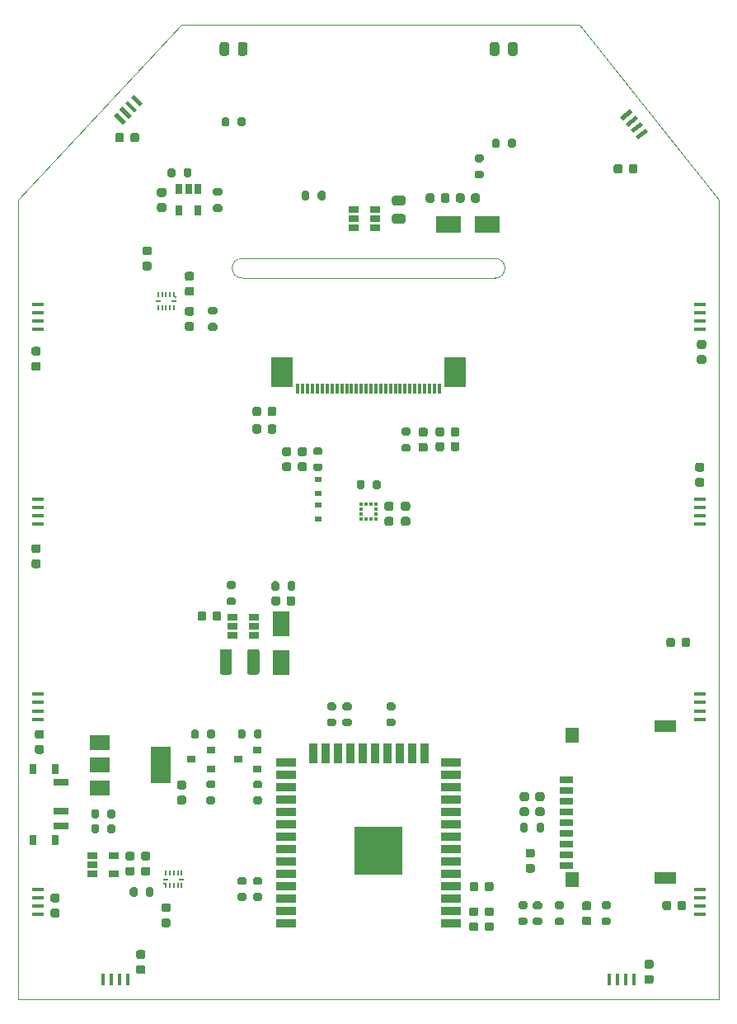
<source format=gbr>
%TF.GenerationSoftware,KiCad,Pcbnew,5.1.10*%
%TF.CreationDate,2021-11-18T10:41:04+01:00*%
%TF.ProjectId,Teebeutel,54656562-6575-4746-956c-2e6b69636164,rev?*%
%TF.SameCoordinates,Original*%
%TF.FileFunction,Paste,Top*%
%TF.FilePolarity,Positive*%
%FSLAX46Y46*%
G04 Gerber Fmt 4.6, Leading zero omitted, Abs format (unit mm)*
G04 Created by KiCad (PCBNEW 5.1.10) date 2021-11-18 10:41:04*
%MOMM*%
%LPD*%
G01*
G04 APERTURE LIST*
%TA.AperFunction,Profile*%
%ADD10C,0.100000*%
%TD*%
%ADD11R,1.060000X0.650000*%
%ADD12R,2.500000X1.800000*%
%ADD13R,1.400000X0.700000*%
%ADD14R,1.400000X1.600000*%
%ADD15R,2.200000X1.200000*%
%ADD16R,2.300000X3.100000*%
%ADD17R,0.300000X1.100000*%
%ADD18C,0.100000*%
%ADD19R,0.420000X1.300000*%
%ADD20R,1.300000X0.420000*%
%ADD21R,2.000000X1.500000*%
%ADD22R,2.000000X3.800000*%
%ADD23R,0.650000X1.060000*%
%ADD24R,0.250000X0.150000*%
%ADD25R,0.600000X0.200000*%
%ADD26R,0.200000X0.600000*%
%ADD27R,0.900000X0.800000*%
%ADD28R,1.800000X2.500000*%
%ADD29R,0.700000X0.600000*%
%ADD30R,2.000000X0.900000*%
%ADD31R,0.900000X2.000000*%
%ADD32R,5.000000X5.000000*%
%ADD33R,0.800000X1.000000*%
%ADD34R,1.500000X0.700000*%
%ADD35R,0.350000X0.375000*%
%ADD36R,0.375000X0.350000*%
G04 APERTURE END LIST*
D10*
X133000000Y-76000000D02*
G75*
G02*
X133000000Y-74000000I0J1000000D01*
G01*
X159000000Y-74000000D02*
G75*
G02*
X159000000Y-76000000I0J-1000000D01*
G01*
X133000000Y-74000000D02*
X159000000Y-74000000D01*
X159000000Y-76000000D02*
X133000000Y-76000000D01*
X126800000Y-50000000D02*
X110000000Y-68000000D01*
X167700000Y-50000000D02*
X182000000Y-68000000D01*
X110000000Y-150000000D02*
X182000000Y-150000000D01*
X126800000Y-50000000D02*
X167700000Y-50000000D01*
X110000000Y-150000000D02*
X110000000Y-68000000D01*
X182000000Y-68000000D02*
X182000000Y-150000000D01*
%TO.C,C21*%
G36*
G01*
X162250000Y-129675000D02*
X161750000Y-129675000D01*
G75*
G02*
X161525000Y-129450000I0J225000D01*
G01*
X161525000Y-129000000D01*
G75*
G02*
X161750000Y-128775000I225000J0D01*
G01*
X162250000Y-128775000D01*
G75*
G02*
X162475000Y-129000000I0J-225000D01*
G01*
X162475000Y-129450000D01*
G75*
G02*
X162250000Y-129675000I-225000J0D01*
G01*
G37*
G36*
G01*
X162250000Y-131225000D02*
X161750000Y-131225000D01*
G75*
G02*
X161525000Y-131000000I0J225000D01*
G01*
X161525000Y-130550000D01*
G75*
G02*
X161750000Y-130325000I225000J0D01*
G01*
X162250000Y-130325000D01*
G75*
G02*
X162475000Y-130550000I0J-225000D01*
G01*
X162475000Y-131000000D01*
G75*
G02*
X162250000Y-131225000I-225000J0D01*
G01*
G37*
%TD*%
%TO.C,C19*%
G36*
G01*
X163850000Y-129675000D02*
X163350000Y-129675000D01*
G75*
G02*
X163125000Y-129450000I0J225000D01*
G01*
X163125000Y-129000000D01*
G75*
G02*
X163350000Y-128775000I225000J0D01*
G01*
X163850000Y-128775000D01*
G75*
G02*
X164075000Y-129000000I0J-225000D01*
G01*
X164075000Y-129450000D01*
G75*
G02*
X163850000Y-129675000I-225000J0D01*
G01*
G37*
G36*
G01*
X163850000Y-131225000D02*
X163350000Y-131225000D01*
G75*
G02*
X163125000Y-131000000I0J225000D01*
G01*
X163125000Y-130550000D01*
G75*
G02*
X163350000Y-130325000I225000J0D01*
G01*
X163850000Y-130325000D01*
G75*
G02*
X164075000Y-130550000I0J-225000D01*
G01*
X164075000Y-131000000D01*
G75*
G02*
X163850000Y-131225000I-225000J0D01*
G01*
G37*
%TD*%
%TO.C,C4*%
G36*
G01*
X158650000Y-141475000D02*
X158150000Y-141475000D01*
G75*
G02*
X157925000Y-141250000I0J225000D01*
G01*
X157925000Y-140800000D01*
G75*
G02*
X158150000Y-140575000I225000J0D01*
G01*
X158650000Y-140575000D01*
G75*
G02*
X158875000Y-140800000I0J-225000D01*
G01*
X158875000Y-141250000D01*
G75*
G02*
X158650000Y-141475000I-225000J0D01*
G01*
G37*
G36*
G01*
X158650000Y-143025000D02*
X158150000Y-143025000D01*
G75*
G02*
X157925000Y-142800000I0J225000D01*
G01*
X157925000Y-142350000D01*
G75*
G02*
X158150000Y-142125000I225000J0D01*
G01*
X158650000Y-142125000D01*
G75*
G02*
X158875000Y-142350000I0J-225000D01*
G01*
X158875000Y-142800000D01*
G75*
G02*
X158650000Y-143025000I-225000J0D01*
G01*
G37*
%TD*%
%TO.C,C1*%
G36*
G01*
X157050000Y-141475000D02*
X156550000Y-141475000D01*
G75*
G02*
X156325000Y-141250000I0J225000D01*
G01*
X156325000Y-140800000D01*
G75*
G02*
X156550000Y-140575000I225000J0D01*
G01*
X157050000Y-140575000D01*
G75*
G02*
X157275000Y-140800000I0J-225000D01*
G01*
X157275000Y-141250000D01*
G75*
G02*
X157050000Y-141475000I-225000J0D01*
G01*
G37*
G36*
G01*
X157050000Y-143025000D02*
X156550000Y-143025000D01*
G75*
G02*
X156325000Y-142800000I0J225000D01*
G01*
X156325000Y-142350000D01*
G75*
G02*
X156550000Y-142125000I225000J0D01*
G01*
X157050000Y-142125000D01*
G75*
G02*
X157275000Y-142350000I0J-225000D01*
G01*
X157275000Y-142800000D01*
G75*
G02*
X157050000Y-143025000I-225000J0D01*
G01*
G37*
%TD*%
%TO.C,R8*%
G36*
G01*
X140775000Y-67825000D02*
X140775000Y-67275000D01*
G75*
G02*
X140975000Y-67075000I200000J0D01*
G01*
X141375000Y-67075000D01*
G75*
G02*
X141575000Y-67275000I0J-200000D01*
G01*
X141575000Y-67825000D01*
G75*
G02*
X141375000Y-68025000I-200000J0D01*
G01*
X140975000Y-68025000D01*
G75*
G02*
X140775000Y-67825000I0J200000D01*
G01*
G37*
G36*
G01*
X139125000Y-67825000D02*
X139125000Y-67275000D01*
G75*
G02*
X139325000Y-67075000I200000J0D01*
G01*
X139725000Y-67075000D01*
G75*
G02*
X139925000Y-67275000I0J-200000D01*
G01*
X139925000Y-67825000D01*
G75*
G02*
X139725000Y-68025000I-200000J0D01*
G01*
X139325000Y-68025000D01*
G75*
G02*
X139125000Y-67825000I0J200000D01*
G01*
G37*
%TD*%
%TO.C,R6*%
G36*
G01*
X157075000Y-64975000D02*
X157625000Y-64975000D01*
G75*
G02*
X157825000Y-65175000I0J-200000D01*
G01*
X157825000Y-65575000D01*
G75*
G02*
X157625000Y-65775000I-200000J0D01*
G01*
X157075000Y-65775000D01*
G75*
G02*
X156875000Y-65575000I0J200000D01*
G01*
X156875000Y-65175000D01*
G75*
G02*
X157075000Y-64975000I200000J0D01*
G01*
G37*
G36*
G01*
X157075000Y-63325000D02*
X157625000Y-63325000D01*
G75*
G02*
X157825000Y-63525000I0J-200000D01*
G01*
X157825000Y-63925000D01*
G75*
G02*
X157625000Y-64125000I-200000J0D01*
G01*
X157075000Y-64125000D01*
G75*
G02*
X156875000Y-63925000I0J200000D01*
G01*
X156875000Y-63525000D01*
G75*
G02*
X157075000Y-63325000I200000J0D01*
G01*
G37*
%TD*%
%TO.C,C24*%
G36*
G01*
X127850000Y-79875000D02*
X127350000Y-79875000D01*
G75*
G02*
X127125000Y-79650000I0J225000D01*
G01*
X127125000Y-79200000D01*
G75*
G02*
X127350000Y-78975000I225000J0D01*
G01*
X127850000Y-78975000D01*
G75*
G02*
X128075000Y-79200000I0J-225000D01*
G01*
X128075000Y-79650000D01*
G75*
G02*
X127850000Y-79875000I-225000J0D01*
G01*
G37*
G36*
G01*
X127850000Y-81425000D02*
X127350000Y-81425000D01*
G75*
G02*
X127125000Y-81200000I0J225000D01*
G01*
X127125000Y-80750000D01*
G75*
G02*
X127350000Y-80525000I225000J0D01*
G01*
X127850000Y-80525000D01*
G75*
G02*
X128075000Y-80750000I0J-225000D01*
G01*
X128075000Y-81200000D01*
G75*
G02*
X127850000Y-81425000I-225000J0D01*
G01*
G37*
%TD*%
%TO.C,C20*%
G36*
G01*
X127350000Y-76925000D02*
X127850000Y-76925000D01*
G75*
G02*
X128075000Y-77150000I0J-225000D01*
G01*
X128075000Y-77600000D01*
G75*
G02*
X127850000Y-77825000I-225000J0D01*
G01*
X127350000Y-77825000D01*
G75*
G02*
X127125000Y-77600000I0J225000D01*
G01*
X127125000Y-77150000D01*
G75*
G02*
X127350000Y-76925000I225000J0D01*
G01*
G37*
G36*
G01*
X127350000Y-75375000D02*
X127850000Y-75375000D01*
G75*
G02*
X128075000Y-75600000I0J-225000D01*
G01*
X128075000Y-76050000D01*
G75*
G02*
X127850000Y-76275000I-225000J0D01*
G01*
X127350000Y-76275000D01*
G75*
G02*
X127125000Y-76050000I0J225000D01*
G01*
X127125000Y-75600000D01*
G75*
G02*
X127350000Y-75375000I225000J0D01*
G01*
G37*
%TD*%
D11*
%TO.C,U3*%
X146700000Y-69900000D03*
X146700000Y-68950000D03*
X146700000Y-70850000D03*
X144500000Y-70850000D03*
X144500000Y-69900000D03*
X144500000Y-68950000D03*
%TD*%
%TO.C,F1*%
G36*
G01*
X148643750Y-69450000D02*
X149556250Y-69450000D01*
G75*
G02*
X149800000Y-69693750I0J-243750D01*
G01*
X149800000Y-70181250D01*
G75*
G02*
X149556250Y-70425000I-243750J0D01*
G01*
X148643750Y-70425000D01*
G75*
G02*
X148400000Y-70181250I0J243750D01*
G01*
X148400000Y-69693750D01*
G75*
G02*
X148643750Y-69450000I243750J0D01*
G01*
G37*
G36*
G01*
X148643750Y-67575000D02*
X149556250Y-67575000D01*
G75*
G02*
X149800000Y-67818750I0J-243750D01*
G01*
X149800000Y-68306250D01*
G75*
G02*
X149556250Y-68550000I-243750J0D01*
G01*
X148643750Y-68550000D01*
G75*
G02*
X148400000Y-68306250I0J243750D01*
G01*
X148400000Y-67818750D01*
G75*
G02*
X148643750Y-67575000I243750J0D01*
G01*
G37*
%TD*%
D12*
%TO.C,D11*%
X158200000Y-70500000D03*
X154200000Y-70500000D03*
%TD*%
%TO.C,C18*%
G36*
G01*
X156525000Y-68050000D02*
X156525000Y-67550000D01*
G75*
G02*
X156750000Y-67325000I225000J0D01*
G01*
X157200000Y-67325000D01*
G75*
G02*
X157425000Y-67550000I0J-225000D01*
G01*
X157425000Y-68050000D01*
G75*
G02*
X157200000Y-68275000I-225000J0D01*
G01*
X156750000Y-68275000D01*
G75*
G02*
X156525000Y-68050000I0J225000D01*
G01*
G37*
G36*
G01*
X154975000Y-68050000D02*
X154975000Y-67550000D01*
G75*
G02*
X155200000Y-67325000I225000J0D01*
G01*
X155650000Y-67325000D01*
G75*
G02*
X155875000Y-67550000I0J-225000D01*
G01*
X155875000Y-68050000D01*
G75*
G02*
X155650000Y-68275000I-225000J0D01*
G01*
X155200000Y-68275000D01*
G75*
G02*
X154975000Y-68050000I0J225000D01*
G01*
G37*
%TD*%
%TO.C,C15*%
G36*
G01*
X152775000Y-67550000D02*
X152775000Y-68050000D01*
G75*
G02*
X152550000Y-68275000I-225000J0D01*
G01*
X152100000Y-68275000D01*
G75*
G02*
X151875000Y-68050000I0J225000D01*
G01*
X151875000Y-67550000D01*
G75*
G02*
X152100000Y-67325000I225000J0D01*
G01*
X152550000Y-67325000D01*
G75*
G02*
X152775000Y-67550000I0J-225000D01*
G01*
G37*
G36*
G01*
X154325000Y-67550000D02*
X154325000Y-68050000D01*
G75*
G02*
X154100000Y-68275000I-225000J0D01*
G01*
X153650000Y-68275000D01*
G75*
G02*
X153425000Y-68050000I0J225000D01*
G01*
X153425000Y-67550000D01*
G75*
G02*
X153650000Y-67325000I225000J0D01*
G01*
X154100000Y-67325000D01*
G75*
G02*
X154325000Y-67550000I0J-225000D01*
G01*
G37*
%TD*%
D13*
%TO.C,J3*%
X166300000Y-127525000D03*
X166300000Y-128625000D03*
X166300000Y-129725000D03*
X166300000Y-130825000D03*
X166300000Y-131925000D03*
X166300000Y-133025000D03*
X166300000Y-134125000D03*
X166300000Y-135225000D03*
X166300000Y-136325000D03*
D14*
X166900000Y-137775000D03*
X166900000Y-122925000D03*
D15*
X176500000Y-137525000D03*
X176500000Y-122025000D03*
%TD*%
D16*
%TO.C,J4*%
X137080000Y-85650000D03*
X154920000Y-85650000D03*
D17*
X138750000Y-87350000D03*
X139250000Y-87350000D03*
X139750000Y-87350000D03*
X140250000Y-87350000D03*
X140750000Y-87350000D03*
X141250000Y-87350000D03*
X141750000Y-87350000D03*
X142250000Y-87350000D03*
X142750000Y-87350000D03*
X143250000Y-87350000D03*
X143750000Y-87350000D03*
X144250000Y-87350000D03*
X144750000Y-87350000D03*
X145250000Y-87350000D03*
X145750000Y-87350000D03*
X146250000Y-87350000D03*
X146750000Y-87350000D03*
X147250000Y-87350000D03*
X147750000Y-87350000D03*
X148250000Y-87350000D03*
X148750000Y-87350000D03*
X149250000Y-87350000D03*
X149750000Y-87350000D03*
X150250000Y-87350000D03*
X150750000Y-87350000D03*
X151250000Y-87350000D03*
X151750000Y-87350000D03*
X152250000Y-87350000D03*
X152750000Y-87350000D03*
X153250000Y-87350000D03*
%TD*%
D18*
%TO.C,D13*%
G36*
X122533062Y-58396405D02*
G01*
X121582302Y-57509807D01*
X121868742Y-57202639D01*
X122819502Y-58089237D01*
X122533062Y-58396405D01*
G37*
G36*
X121953363Y-59018056D02*
G01*
X121002603Y-58131458D01*
X121289043Y-57824290D01*
X122239803Y-58710888D01*
X121953363Y-59018056D01*
G37*
G36*
X121373664Y-59639707D02*
G01*
X120422904Y-58753109D01*
X120709344Y-58445941D01*
X121660104Y-59332539D01*
X121373664Y-59639707D01*
G37*
G36*
X120793966Y-60261357D02*
G01*
X119843206Y-59374759D01*
X120129646Y-59067591D01*
X121080406Y-59954189D01*
X120793966Y-60261357D01*
G37*
%TD*%
D19*
%TO.C,D12*%
X170725000Y-148000000D03*
X171575000Y-148000000D03*
X172425000Y-148000000D03*
X173275000Y-148000000D03*
%TD*%
D20*
%TO.C,D10*%
X112000000Y-78725000D03*
X112000000Y-79575000D03*
X112000000Y-80425000D03*
X112000000Y-81275000D03*
%TD*%
%TO.C,D9*%
X180000000Y-141275000D03*
X180000000Y-140425000D03*
X180000000Y-139575000D03*
X180000000Y-138725000D03*
%TD*%
%TO.C,D8*%
X112000000Y-98725000D03*
X112000000Y-99575000D03*
X112000000Y-100425000D03*
X112000000Y-101275000D03*
%TD*%
%TO.C,D7*%
X180000000Y-121275000D03*
X180000000Y-120425000D03*
X180000000Y-119575000D03*
X180000000Y-118725000D03*
%TD*%
%TO.C,D6*%
X112000000Y-118725000D03*
X112000000Y-119575000D03*
X112000000Y-120425000D03*
X112000000Y-121275000D03*
%TD*%
%TO.C,D5*%
X180000000Y-101275000D03*
X180000000Y-100425000D03*
X180000000Y-99575000D03*
X180000000Y-98725000D03*
%TD*%
%TO.C,D4*%
X112000000Y-138725000D03*
X112000000Y-139575000D03*
X112000000Y-140425000D03*
X112000000Y-141275000D03*
%TD*%
%TO.C,D3*%
X180000000Y-81275000D03*
X180000000Y-80425000D03*
X180000000Y-79575000D03*
X180000000Y-78725000D03*
%TD*%
D19*
%TO.C,D2*%
X118725000Y-148000000D03*
X119575000Y-148000000D03*
X120425000Y-148000000D03*
X121275000Y-148000000D03*
%TD*%
D18*
%TO.C,D1*%
G36*
X173441675Y-61480627D02*
G01*
X174459065Y-60671358D01*
X174720521Y-61000053D01*
X173703131Y-61809322D01*
X173441675Y-61480627D01*
G37*
G36*
X172912538Y-60815410D02*
G01*
X173929928Y-60006141D01*
X174191384Y-60334836D01*
X173173994Y-61144105D01*
X172912538Y-60815410D01*
G37*
G36*
X172383400Y-60150193D02*
G01*
X173400790Y-59340924D01*
X173662246Y-59669619D01*
X172644856Y-60478888D01*
X172383400Y-60150193D01*
G37*
G36*
X171854263Y-59484976D02*
G01*
X172871653Y-58675707D01*
X173133109Y-59004402D01*
X172115719Y-59813671D01*
X171854263Y-59484976D01*
G37*
%TD*%
%TO.C,R25*%
G36*
G01*
X160325000Y-62475000D02*
X160325000Y-61925000D01*
G75*
G02*
X160525000Y-61725000I200000J0D01*
G01*
X160925000Y-61725000D01*
G75*
G02*
X161125000Y-61925000I0J-200000D01*
G01*
X161125000Y-62475000D01*
G75*
G02*
X160925000Y-62675000I-200000J0D01*
G01*
X160525000Y-62675000D01*
G75*
G02*
X160325000Y-62475000I0J200000D01*
G01*
G37*
G36*
G01*
X158675000Y-62475000D02*
X158675000Y-61925000D01*
G75*
G02*
X158875000Y-61725000I200000J0D01*
G01*
X159275000Y-61725000D01*
G75*
G02*
X159475000Y-61925000I0J-200000D01*
G01*
X159475000Y-62475000D01*
G75*
G02*
X159275000Y-62675000I-200000J0D01*
G01*
X158875000Y-62675000D01*
G75*
G02*
X158675000Y-62475000I0J200000D01*
G01*
G37*
%TD*%
%TO.C,D15*%
G36*
G01*
X132580000Y-52956250D02*
X132580000Y-52043750D01*
G75*
G02*
X132823750Y-51800000I243750J0D01*
G01*
X133311250Y-51800000D01*
G75*
G02*
X133555000Y-52043750I0J-243750D01*
G01*
X133555000Y-52956250D01*
G75*
G02*
X133311250Y-53200000I-243750J0D01*
G01*
X132823750Y-53200000D01*
G75*
G02*
X132580000Y-52956250I0J243750D01*
G01*
G37*
G36*
G01*
X130705000Y-52956250D02*
X130705000Y-52043750D01*
G75*
G02*
X130948750Y-51800000I243750J0D01*
G01*
X131436250Y-51800000D01*
G75*
G02*
X131680000Y-52043750I0J-243750D01*
G01*
X131680000Y-52956250D01*
G75*
G02*
X131436250Y-53200000I-243750J0D01*
G01*
X130948750Y-53200000D01*
G75*
G02*
X130705000Y-52956250I0J243750D01*
G01*
G37*
%TD*%
%TO.C,D14*%
G36*
G01*
X160320000Y-52956250D02*
X160320000Y-52043750D01*
G75*
G02*
X160563750Y-51800000I243750J0D01*
G01*
X161051250Y-51800000D01*
G75*
G02*
X161295000Y-52043750I0J-243750D01*
G01*
X161295000Y-52956250D01*
G75*
G02*
X161051250Y-53200000I-243750J0D01*
G01*
X160563750Y-53200000D01*
G75*
G02*
X160320000Y-52956250I0J243750D01*
G01*
G37*
G36*
G01*
X158445000Y-52956250D02*
X158445000Y-52043750D01*
G75*
G02*
X158688750Y-51800000I243750J0D01*
G01*
X159176250Y-51800000D01*
G75*
G02*
X159420000Y-52043750I0J-243750D01*
G01*
X159420000Y-52956250D01*
G75*
G02*
X159176250Y-53200000I-243750J0D01*
G01*
X158688750Y-53200000D01*
G75*
G02*
X158445000Y-52956250I0J243750D01*
G01*
G37*
%TD*%
%TO.C,R11*%
G36*
G01*
X162375000Y-132125000D02*
X162375000Y-132675000D01*
G75*
G02*
X162175000Y-132875000I-200000J0D01*
G01*
X161775000Y-132875000D01*
G75*
G02*
X161575000Y-132675000I0J200000D01*
G01*
X161575000Y-132125000D01*
G75*
G02*
X161775000Y-131925000I200000J0D01*
G01*
X162175000Y-131925000D01*
G75*
G02*
X162375000Y-132125000I0J-200000D01*
G01*
G37*
G36*
G01*
X164025000Y-132125000D02*
X164025000Y-132675000D01*
G75*
G02*
X163825000Y-132875000I-200000J0D01*
G01*
X163425000Y-132875000D01*
G75*
G02*
X163225000Y-132675000I0J200000D01*
G01*
X163225000Y-132125000D01*
G75*
G02*
X163425000Y-131925000I200000J0D01*
G01*
X163825000Y-131925000D01*
G75*
G02*
X164025000Y-132125000I0J-200000D01*
G01*
G37*
%TD*%
%TO.C,R26*%
G36*
G01*
X122275000Y-138725000D02*
X122275000Y-139275000D01*
G75*
G02*
X122075000Y-139475000I-200000J0D01*
G01*
X121675000Y-139475000D01*
G75*
G02*
X121475000Y-139275000I0J200000D01*
G01*
X121475000Y-138725000D01*
G75*
G02*
X121675000Y-138525000I200000J0D01*
G01*
X122075000Y-138525000D01*
G75*
G02*
X122275000Y-138725000I0J-200000D01*
G01*
G37*
G36*
G01*
X123925000Y-138725000D02*
X123925000Y-139275000D01*
G75*
G02*
X123725000Y-139475000I-200000J0D01*
G01*
X123325000Y-139475000D01*
G75*
G02*
X123125000Y-139275000I0J200000D01*
G01*
X123125000Y-138725000D01*
G75*
G02*
X123325000Y-138525000I200000J0D01*
G01*
X123725000Y-138525000D01*
G75*
G02*
X123925000Y-138725000I0J-200000D01*
G01*
G37*
%TD*%
D11*
%TO.C,U8*%
X119800000Y-135250000D03*
X119800000Y-137150000D03*
X117600000Y-137150000D03*
X117600000Y-136200000D03*
X117600000Y-135250000D03*
%TD*%
D21*
%TO.C,U11*%
X118350000Y-123700000D03*
X118350000Y-128300000D03*
X118350000Y-126000000D03*
D22*
X124650000Y-126000000D03*
%TD*%
D11*
%TO.C,U10*%
X132000000Y-111750000D03*
X132000000Y-112700000D03*
X132000000Y-110800000D03*
X134200000Y-110800000D03*
X134200000Y-111750000D03*
X134200000Y-112700000D03*
%TD*%
D23*
%TO.C,U5*%
X128450000Y-69100000D03*
X126550000Y-69100000D03*
X126550000Y-66900000D03*
X127500000Y-66900000D03*
X128450000Y-66900000D03*
%TD*%
D24*
%TO.C,U9*%
X125025000Y-138125000D03*
D25*
X125200000Y-137700000D03*
D26*
X125200000Y-137050000D03*
X125600000Y-137050000D03*
X126000000Y-137050000D03*
X126400000Y-137050000D03*
X126800000Y-137050000D03*
D25*
X126800000Y-137700000D03*
D26*
X126800000Y-138350000D03*
X126400000Y-138350000D03*
X126000000Y-138350000D03*
X125600000Y-138350000D03*
X125200000Y-138350000D03*
%TD*%
D24*
%TO.C,U4*%
X126175000Y-77975000D03*
D25*
X126000000Y-78400000D03*
D26*
X126000000Y-79050000D03*
X125600000Y-79050000D03*
X125200000Y-79050000D03*
X124800000Y-79050000D03*
X124400000Y-79050000D03*
D25*
X124400000Y-78400000D03*
D26*
X124400000Y-77750000D03*
X124800000Y-77750000D03*
X125200000Y-77750000D03*
X125600000Y-77750000D03*
X126000000Y-77750000D03*
%TD*%
%TO.C,R29*%
G36*
G01*
X132175000Y-107925000D02*
X131625000Y-107925000D01*
G75*
G02*
X131425000Y-107725000I0J200000D01*
G01*
X131425000Y-107325000D01*
G75*
G02*
X131625000Y-107125000I200000J0D01*
G01*
X132175000Y-107125000D01*
G75*
G02*
X132375000Y-107325000I0J-200000D01*
G01*
X132375000Y-107725000D01*
G75*
G02*
X132175000Y-107925000I-200000J0D01*
G01*
G37*
G36*
G01*
X132175000Y-109575000D02*
X131625000Y-109575000D01*
G75*
G02*
X131425000Y-109375000I0J200000D01*
G01*
X131425000Y-108975000D01*
G75*
G02*
X131625000Y-108775000I200000J0D01*
G01*
X132175000Y-108775000D01*
G75*
G02*
X132375000Y-108975000I0J-200000D01*
G01*
X132375000Y-109375000D01*
G75*
G02*
X132175000Y-109575000I-200000J0D01*
G01*
G37*
%TD*%
%TO.C,R28*%
G36*
G01*
X137675000Y-107875000D02*
X137675000Y-107325000D01*
G75*
G02*
X137875000Y-107125000I200000J0D01*
G01*
X138275000Y-107125000D01*
G75*
G02*
X138475000Y-107325000I0J-200000D01*
G01*
X138475000Y-107875000D01*
G75*
G02*
X138275000Y-108075000I-200000J0D01*
G01*
X137875000Y-108075000D01*
G75*
G02*
X137675000Y-107875000I0J200000D01*
G01*
G37*
G36*
G01*
X136025000Y-107875000D02*
X136025000Y-107325000D01*
G75*
G02*
X136225000Y-107125000I200000J0D01*
G01*
X136625000Y-107125000D01*
G75*
G02*
X136825000Y-107325000I0J-200000D01*
G01*
X136825000Y-107875000D01*
G75*
G02*
X136625000Y-108075000I-200000J0D01*
G01*
X136225000Y-108075000D01*
G75*
G02*
X136025000Y-107875000I0J200000D01*
G01*
G37*
%TD*%
%TO.C,R27*%
G36*
G01*
X149575000Y-93025000D02*
X150125000Y-93025000D01*
G75*
G02*
X150325000Y-93225000I0J-200000D01*
G01*
X150325000Y-93625000D01*
G75*
G02*
X150125000Y-93825000I-200000J0D01*
G01*
X149575000Y-93825000D01*
G75*
G02*
X149375000Y-93625000I0J200000D01*
G01*
X149375000Y-93225000D01*
G75*
G02*
X149575000Y-93025000I200000J0D01*
G01*
G37*
G36*
G01*
X149575000Y-91375000D02*
X150125000Y-91375000D01*
G75*
G02*
X150325000Y-91575000I0J-200000D01*
G01*
X150325000Y-91975000D01*
G75*
G02*
X150125000Y-92175000I-200000J0D01*
G01*
X149575000Y-92175000D01*
G75*
G02*
X149375000Y-91975000I0J200000D01*
G01*
X149375000Y-91575000D01*
G75*
G02*
X149575000Y-91375000I200000J0D01*
G01*
G37*
%TD*%
%TO.C,R24*%
G36*
G01*
X141075000Y-94175000D02*
X140525000Y-94175000D01*
G75*
G02*
X140325000Y-93975000I0J200000D01*
G01*
X140325000Y-93575000D01*
G75*
G02*
X140525000Y-93375000I200000J0D01*
G01*
X141075000Y-93375000D01*
G75*
G02*
X141275000Y-93575000I0J-200000D01*
G01*
X141275000Y-93975000D01*
G75*
G02*
X141075000Y-94175000I-200000J0D01*
G01*
G37*
G36*
G01*
X141075000Y-95825000D02*
X140525000Y-95825000D01*
G75*
G02*
X140325000Y-95625000I0J200000D01*
G01*
X140325000Y-95225000D01*
G75*
G02*
X140525000Y-95025000I200000J0D01*
G01*
X141075000Y-95025000D01*
G75*
G02*
X141275000Y-95225000I0J-200000D01*
G01*
X141275000Y-95625000D01*
G75*
G02*
X141075000Y-95825000I-200000J0D01*
G01*
G37*
%TD*%
%TO.C,R21*%
G36*
G01*
X118325000Y-132225000D02*
X118325000Y-132775000D01*
G75*
G02*
X118125000Y-132975000I-200000J0D01*
G01*
X117725000Y-132975000D01*
G75*
G02*
X117525000Y-132775000I0J200000D01*
G01*
X117525000Y-132225000D01*
G75*
G02*
X117725000Y-132025000I200000J0D01*
G01*
X118125000Y-132025000D01*
G75*
G02*
X118325000Y-132225000I0J-200000D01*
G01*
G37*
G36*
G01*
X119975000Y-132225000D02*
X119975000Y-132775000D01*
G75*
G02*
X119775000Y-132975000I-200000J0D01*
G01*
X119375000Y-132975000D01*
G75*
G02*
X119175000Y-132775000I0J200000D01*
G01*
X119175000Y-132225000D01*
G75*
G02*
X119375000Y-132025000I200000J0D01*
G01*
X119775000Y-132025000D01*
G75*
G02*
X119975000Y-132225000I0J-200000D01*
G01*
G37*
%TD*%
%TO.C,R20*%
G36*
G01*
X119175000Y-131275000D02*
X119175000Y-130725000D01*
G75*
G02*
X119375000Y-130525000I200000J0D01*
G01*
X119775000Y-130525000D01*
G75*
G02*
X119975000Y-130725000I0J-200000D01*
G01*
X119975000Y-131275000D01*
G75*
G02*
X119775000Y-131475000I-200000J0D01*
G01*
X119375000Y-131475000D01*
G75*
G02*
X119175000Y-131275000I0J200000D01*
G01*
G37*
G36*
G01*
X117525000Y-131275000D02*
X117525000Y-130725000D01*
G75*
G02*
X117725000Y-130525000I200000J0D01*
G01*
X118125000Y-130525000D01*
G75*
G02*
X118325000Y-130725000I0J-200000D01*
G01*
X118325000Y-131275000D01*
G75*
G02*
X118125000Y-131475000I-200000J0D01*
G01*
X117725000Y-131475000D01*
G75*
G02*
X117525000Y-131275000I0J200000D01*
G01*
G37*
%TD*%
%TO.C,R18*%
G36*
G01*
X132555000Y-60275000D02*
X132555000Y-59725000D01*
G75*
G02*
X132755000Y-59525000I200000J0D01*
G01*
X133155000Y-59525000D01*
G75*
G02*
X133355000Y-59725000I0J-200000D01*
G01*
X133355000Y-60275000D01*
G75*
G02*
X133155000Y-60475000I-200000J0D01*
G01*
X132755000Y-60475000D01*
G75*
G02*
X132555000Y-60275000I0J200000D01*
G01*
G37*
G36*
G01*
X130905000Y-60275000D02*
X130905000Y-59725000D01*
G75*
G02*
X131105000Y-59525000I200000J0D01*
G01*
X131505000Y-59525000D01*
G75*
G02*
X131705000Y-59725000I0J-200000D01*
G01*
X131705000Y-60275000D01*
G75*
G02*
X131505000Y-60475000I-200000J0D01*
G01*
X131105000Y-60475000D01*
G75*
G02*
X130905000Y-60275000I0J200000D01*
G01*
G37*
%TD*%
%TO.C,R16*%
G36*
G01*
X127025000Y-65475000D02*
X127025000Y-64925000D01*
G75*
G02*
X127225000Y-64725000I200000J0D01*
G01*
X127625000Y-64725000D01*
G75*
G02*
X127825000Y-64925000I0J-200000D01*
G01*
X127825000Y-65475000D01*
G75*
G02*
X127625000Y-65675000I-200000J0D01*
G01*
X127225000Y-65675000D01*
G75*
G02*
X127025000Y-65475000I0J200000D01*
G01*
G37*
G36*
G01*
X125375000Y-65475000D02*
X125375000Y-64925000D01*
G75*
G02*
X125575000Y-64725000I200000J0D01*
G01*
X125975000Y-64725000D01*
G75*
G02*
X126175000Y-64925000I0J-200000D01*
G01*
X126175000Y-65475000D01*
G75*
G02*
X125975000Y-65675000I-200000J0D01*
G01*
X125575000Y-65675000D01*
G75*
G02*
X125375000Y-65475000I0J200000D01*
G01*
G37*
%TD*%
%TO.C,R23*%
G36*
G01*
X170125000Y-141625000D02*
X170675000Y-141625000D01*
G75*
G02*
X170875000Y-141825000I0J-200000D01*
G01*
X170875000Y-142225000D01*
G75*
G02*
X170675000Y-142425000I-200000J0D01*
G01*
X170125000Y-142425000D01*
G75*
G02*
X169925000Y-142225000I0J200000D01*
G01*
X169925000Y-141825000D01*
G75*
G02*
X170125000Y-141625000I200000J0D01*
G01*
G37*
G36*
G01*
X170125000Y-139975000D02*
X170675000Y-139975000D01*
G75*
G02*
X170875000Y-140175000I0J-200000D01*
G01*
X170875000Y-140575000D01*
G75*
G02*
X170675000Y-140775000I-200000J0D01*
G01*
X170125000Y-140775000D01*
G75*
G02*
X169925000Y-140575000I0J200000D01*
G01*
X169925000Y-140175000D01*
G75*
G02*
X170125000Y-139975000I200000J0D01*
G01*
G37*
%TD*%
%TO.C,R13*%
G36*
G01*
X130775000Y-67575000D02*
X130225000Y-67575000D01*
G75*
G02*
X130025000Y-67375000I0J200000D01*
G01*
X130025000Y-66975000D01*
G75*
G02*
X130225000Y-66775000I200000J0D01*
G01*
X130775000Y-66775000D01*
G75*
G02*
X130975000Y-66975000I0J-200000D01*
G01*
X130975000Y-67375000D01*
G75*
G02*
X130775000Y-67575000I-200000J0D01*
G01*
G37*
G36*
G01*
X130775000Y-69225000D02*
X130225000Y-69225000D01*
G75*
G02*
X130025000Y-69025000I0J200000D01*
G01*
X130025000Y-68625000D01*
G75*
G02*
X130225000Y-68425000I200000J0D01*
G01*
X130775000Y-68425000D01*
G75*
G02*
X130975000Y-68625000I0J-200000D01*
G01*
X130975000Y-69025000D01*
G75*
G02*
X130775000Y-69225000I-200000J0D01*
G01*
G37*
%TD*%
%TO.C,R10*%
G36*
G01*
X163625000Y-140775000D02*
X163075000Y-140775000D01*
G75*
G02*
X162875000Y-140575000I0J200000D01*
G01*
X162875000Y-140175000D01*
G75*
G02*
X163075000Y-139975000I200000J0D01*
G01*
X163625000Y-139975000D01*
G75*
G02*
X163825000Y-140175000I0J-200000D01*
G01*
X163825000Y-140575000D01*
G75*
G02*
X163625000Y-140775000I-200000J0D01*
G01*
G37*
G36*
G01*
X163625000Y-142425000D02*
X163075000Y-142425000D01*
G75*
G02*
X162875000Y-142225000I0J200000D01*
G01*
X162875000Y-141825000D01*
G75*
G02*
X163075000Y-141625000I200000J0D01*
G01*
X163625000Y-141625000D01*
G75*
G02*
X163825000Y-141825000I0J-200000D01*
G01*
X163825000Y-142225000D01*
G75*
G02*
X163625000Y-142425000I-200000J0D01*
G01*
G37*
%TD*%
%TO.C,R12*%
G36*
G01*
X165325000Y-141625000D02*
X165875000Y-141625000D01*
G75*
G02*
X166075000Y-141825000I0J-200000D01*
G01*
X166075000Y-142225000D01*
G75*
G02*
X165875000Y-142425000I-200000J0D01*
G01*
X165325000Y-142425000D01*
G75*
G02*
X165125000Y-142225000I0J200000D01*
G01*
X165125000Y-141825000D01*
G75*
G02*
X165325000Y-141625000I200000J0D01*
G01*
G37*
G36*
G01*
X165325000Y-139975000D02*
X165875000Y-139975000D01*
G75*
G02*
X166075000Y-140175000I0J-200000D01*
G01*
X166075000Y-140575000D01*
G75*
G02*
X165875000Y-140775000I-200000J0D01*
G01*
X165325000Y-140775000D01*
G75*
G02*
X165125000Y-140575000I0J200000D01*
G01*
X165125000Y-140175000D01*
G75*
G02*
X165325000Y-139975000I200000J0D01*
G01*
G37*
%TD*%
%TO.C,R9*%
G36*
G01*
X162125000Y-140775000D02*
X161575000Y-140775000D01*
G75*
G02*
X161375000Y-140575000I0J200000D01*
G01*
X161375000Y-140175000D01*
G75*
G02*
X161575000Y-139975000I200000J0D01*
G01*
X162125000Y-139975000D01*
G75*
G02*
X162325000Y-140175000I0J-200000D01*
G01*
X162325000Y-140575000D01*
G75*
G02*
X162125000Y-140775000I-200000J0D01*
G01*
G37*
G36*
G01*
X162125000Y-142425000D02*
X161575000Y-142425000D01*
G75*
G02*
X161375000Y-142225000I0J200000D01*
G01*
X161375000Y-141825000D01*
G75*
G02*
X161575000Y-141625000I200000J0D01*
G01*
X162125000Y-141625000D01*
G75*
G02*
X162325000Y-141825000I0J-200000D01*
G01*
X162325000Y-142225000D01*
G75*
G02*
X162125000Y-142425000I-200000J0D01*
G01*
G37*
%TD*%
%TO.C,R22*%
G36*
G01*
X133275000Y-138275000D02*
X132725000Y-138275000D01*
G75*
G02*
X132525000Y-138075000I0J200000D01*
G01*
X132525000Y-137675000D01*
G75*
G02*
X132725000Y-137475000I200000J0D01*
G01*
X133275000Y-137475000D01*
G75*
G02*
X133475000Y-137675000I0J-200000D01*
G01*
X133475000Y-138075000D01*
G75*
G02*
X133275000Y-138275000I-200000J0D01*
G01*
G37*
G36*
G01*
X133275000Y-139925000D02*
X132725000Y-139925000D01*
G75*
G02*
X132525000Y-139725000I0J200000D01*
G01*
X132525000Y-139325000D01*
G75*
G02*
X132725000Y-139125000I200000J0D01*
G01*
X133275000Y-139125000D01*
G75*
G02*
X133475000Y-139325000I0J-200000D01*
G01*
X133475000Y-139725000D01*
G75*
G02*
X133275000Y-139925000I-200000J0D01*
G01*
G37*
%TD*%
%TO.C,R19*%
G36*
G01*
X148025000Y-121225000D02*
X148575000Y-121225000D01*
G75*
G02*
X148775000Y-121425000I0J-200000D01*
G01*
X148775000Y-121825000D01*
G75*
G02*
X148575000Y-122025000I-200000J0D01*
G01*
X148025000Y-122025000D01*
G75*
G02*
X147825000Y-121825000I0J200000D01*
G01*
X147825000Y-121425000D01*
G75*
G02*
X148025000Y-121225000I200000J0D01*
G01*
G37*
G36*
G01*
X148025000Y-119575000D02*
X148575000Y-119575000D01*
G75*
G02*
X148775000Y-119775000I0J-200000D01*
G01*
X148775000Y-120175000D01*
G75*
G02*
X148575000Y-120375000I-200000J0D01*
G01*
X148025000Y-120375000D01*
G75*
G02*
X147825000Y-120175000I0J200000D01*
G01*
X147825000Y-119775000D01*
G75*
G02*
X148025000Y-119575000I200000J0D01*
G01*
G37*
%TD*%
%TO.C,R17*%
G36*
G01*
X143525000Y-121225000D02*
X144075000Y-121225000D01*
G75*
G02*
X144275000Y-121425000I0J-200000D01*
G01*
X144275000Y-121825000D01*
G75*
G02*
X144075000Y-122025000I-200000J0D01*
G01*
X143525000Y-122025000D01*
G75*
G02*
X143325000Y-121825000I0J200000D01*
G01*
X143325000Y-121425000D01*
G75*
G02*
X143525000Y-121225000I200000J0D01*
G01*
G37*
G36*
G01*
X143525000Y-119575000D02*
X144075000Y-119575000D01*
G75*
G02*
X144275000Y-119775000I0J-200000D01*
G01*
X144275000Y-120175000D01*
G75*
G02*
X144075000Y-120375000I-200000J0D01*
G01*
X143525000Y-120375000D01*
G75*
G02*
X143325000Y-120175000I0J200000D01*
G01*
X143325000Y-119775000D01*
G75*
G02*
X143525000Y-119575000I200000J0D01*
G01*
G37*
%TD*%
%TO.C,R15*%
G36*
G01*
X134875000Y-138275000D02*
X134325000Y-138275000D01*
G75*
G02*
X134125000Y-138075000I0J200000D01*
G01*
X134125000Y-137675000D01*
G75*
G02*
X134325000Y-137475000I200000J0D01*
G01*
X134875000Y-137475000D01*
G75*
G02*
X135075000Y-137675000I0J-200000D01*
G01*
X135075000Y-138075000D01*
G75*
G02*
X134875000Y-138275000I-200000J0D01*
G01*
G37*
G36*
G01*
X134875000Y-139925000D02*
X134325000Y-139925000D01*
G75*
G02*
X134125000Y-139725000I0J200000D01*
G01*
X134125000Y-139325000D01*
G75*
G02*
X134325000Y-139125000I200000J0D01*
G01*
X134875000Y-139125000D01*
G75*
G02*
X135075000Y-139325000I0J-200000D01*
G01*
X135075000Y-139725000D01*
G75*
G02*
X134875000Y-139925000I-200000J0D01*
G01*
G37*
%TD*%
%TO.C,R7*%
G36*
G01*
X129725000Y-80625000D02*
X130275000Y-80625000D01*
G75*
G02*
X130475000Y-80825000I0J-200000D01*
G01*
X130475000Y-81225000D01*
G75*
G02*
X130275000Y-81425000I-200000J0D01*
G01*
X129725000Y-81425000D01*
G75*
G02*
X129525000Y-81225000I0J200000D01*
G01*
X129525000Y-80825000D01*
G75*
G02*
X129725000Y-80625000I200000J0D01*
G01*
G37*
G36*
G01*
X129725000Y-78975000D02*
X130275000Y-78975000D01*
G75*
G02*
X130475000Y-79175000I0J-200000D01*
G01*
X130475000Y-79575000D01*
G75*
G02*
X130275000Y-79775000I-200000J0D01*
G01*
X129725000Y-79775000D01*
G75*
G02*
X129525000Y-79575000I0J200000D01*
G01*
X129525000Y-79175000D01*
G75*
G02*
X129725000Y-78975000I200000J0D01*
G01*
G37*
%TD*%
%TO.C,R14*%
G36*
G01*
X141925000Y-121225000D02*
X142475000Y-121225000D01*
G75*
G02*
X142675000Y-121425000I0J-200000D01*
G01*
X142675000Y-121825000D01*
G75*
G02*
X142475000Y-122025000I-200000J0D01*
G01*
X141925000Y-122025000D01*
G75*
G02*
X141725000Y-121825000I0J200000D01*
G01*
X141725000Y-121425000D01*
G75*
G02*
X141925000Y-121225000I200000J0D01*
G01*
G37*
G36*
G01*
X141925000Y-119575000D02*
X142475000Y-119575000D01*
G75*
G02*
X142675000Y-119775000I0J-200000D01*
G01*
X142675000Y-120175000D01*
G75*
G02*
X142475000Y-120375000I-200000J0D01*
G01*
X141925000Y-120375000D01*
G75*
G02*
X141725000Y-120175000I0J200000D01*
G01*
X141725000Y-119775000D01*
G75*
G02*
X141925000Y-119575000I200000J0D01*
G01*
G37*
%TD*%
%TO.C,R5*%
G36*
G01*
X134325000Y-129225000D02*
X134875000Y-129225000D01*
G75*
G02*
X135075000Y-129425000I0J-200000D01*
G01*
X135075000Y-129825000D01*
G75*
G02*
X134875000Y-130025000I-200000J0D01*
G01*
X134325000Y-130025000D01*
G75*
G02*
X134125000Y-129825000I0J200000D01*
G01*
X134125000Y-129425000D01*
G75*
G02*
X134325000Y-129225000I200000J0D01*
G01*
G37*
G36*
G01*
X134325000Y-127575000D02*
X134875000Y-127575000D01*
G75*
G02*
X135075000Y-127775000I0J-200000D01*
G01*
X135075000Y-128175000D01*
G75*
G02*
X134875000Y-128375000I-200000J0D01*
G01*
X134325000Y-128375000D01*
G75*
G02*
X134125000Y-128175000I0J200000D01*
G01*
X134125000Y-127775000D01*
G75*
G02*
X134325000Y-127575000I200000J0D01*
G01*
G37*
%TD*%
%TO.C,R4*%
G36*
G01*
X129525000Y-129225000D02*
X130075000Y-129225000D01*
G75*
G02*
X130275000Y-129425000I0J-200000D01*
G01*
X130275000Y-129825000D01*
G75*
G02*
X130075000Y-130025000I-200000J0D01*
G01*
X129525000Y-130025000D01*
G75*
G02*
X129325000Y-129825000I0J200000D01*
G01*
X129325000Y-129425000D01*
G75*
G02*
X129525000Y-129225000I200000J0D01*
G01*
G37*
G36*
G01*
X129525000Y-127575000D02*
X130075000Y-127575000D01*
G75*
G02*
X130275000Y-127775000I0J-200000D01*
G01*
X130275000Y-128175000D01*
G75*
G02*
X130075000Y-128375000I-200000J0D01*
G01*
X129525000Y-128375000D01*
G75*
G02*
X129325000Y-128175000I0J200000D01*
G01*
X129325000Y-127775000D01*
G75*
G02*
X129525000Y-127575000I200000J0D01*
G01*
G37*
%TD*%
%TO.C,R3*%
G36*
G01*
X134225000Y-123075000D02*
X134225000Y-122525000D01*
G75*
G02*
X134425000Y-122325000I200000J0D01*
G01*
X134825000Y-122325000D01*
G75*
G02*
X135025000Y-122525000I0J-200000D01*
G01*
X135025000Y-123075000D01*
G75*
G02*
X134825000Y-123275000I-200000J0D01*
G01*
X134425000Y-123275000D01*
G75*
G02*
X134225000Y-123075000I0J200000D01*
G01*
G37*
G36*
G01*
X132575000Y-123075000D02*
X132575000Y-122525000D01*
G75*
G02*
X132775000Y-122325000I200000J0D01*
G01*
X133175000Y-122325000D01*
G75*
G02*
X133375000Y-122525000I0J-200000D01*
G01*
X133375000Y-123075000D01*
G75*
G02*
X133175000Y-123275000I-200000J0D01*
G01*
X132775000Y-123275000D01*
G75*
G02*
X132575000Y-123075000I0J200000D01*
G01*
G37*
%TD*%
%TO.C,R2*%
G36*
G01*
X129425000Y-123075000D02*
X129425000Y-122525000D01*
G75*
G02*
X129625000Y-122325000I200000J0D01*
G01*
X130025000Y-122325000D01*
G75*
G02*
X130225000Y-122525000I0J-200000D01*
G01*
X130225000Y-123075000D01*
G75*
G02*
X130025000Y-123275000I-200000J0D01*
G01*
X129625000Y-123275000D01*
G75*
G02*
X129425000Y-123075000I0J200000D01*
G01*
G37*
G36*
G01*
X127775000Y-123075000D02*
X127775000Y-122525000D01*
G75*
G02*
X127975000Y-122325000I200000J0D01*
G01*
X128375000Y-122325000D01*
G75*
G02*
X128575000Y-122525000I0J-200000D01*
G01*
X128575000Y-123075000D01*
G75*
G02*
X128375000Y-123275000I-200000J0D01*
G01*
X127975000Y-123275000D01*
G75*
G02*
X127775000Y-123075000I0J200000D01*
G01*
G37*
%TD*%
%TO.C,R1*%
G36*
G01*
X145575000Y-96925000D02*
X145575000Y-97475000D01*
G75*
G02*
X145375000Y-97675000I-200000J0D01*
G01*
X144975000Y-97675000D01*
G75*
G02*
X144775000Y-97475000I0J200000D01*
G01*
X144775000Y-96925000D01*
G75*
G02*
X144975000Y-96725000I200000J0D01*
G01*
X145375000Y-96725000D01*
G75*
G02*
X145575000Y-96925000I0J-200000D01*
G01*
G37*
G36*
G01*
X147225000Y-96925000D02*
X147225000Y-97475000D01*
G75*
G02*
X147025000Y-97675000I-200000J0D01*
G01*
X146625000Y-97675000D01*
G75*
G02*
X146425000Y-97475000I0J200000D01*
G01*
X146425000Y-96925000D01*
G75*
G02*
X146625000Y-96725000I200000J0D01*
G01*
X147025000Y-96725000D01*
G75*
G02*
X147225000Y-96925000I0J-200000D01*
G01*
G37*
%TD*%
D27*
%TO.C,Q2*%
X132600000Y-125400000D03*
X134600000Y-124450000D03*
X134600000Y-126350000D03*
%TD*%
%TO.C,Q1*%
X127800000Y-125400000D03*
X129800000Y-124450000D03*
X129800000Y-126350000D03*
%TD*%
%TO.C,L1*%
G36*
G01*
X133525000Y-116475000D02*
X133525000Y-114325000D01*
G75*
G02*
X133775000Y-114075000I250000J0D01*
G01*
X134525000Y-114075000D01*
G75*
G02*
X134775000Y-114325000I0J-250000D01*
G01*
X134775000Y-116475000D01*
G75*
G02*
X134525000Y-116725000I-250000J0D01*
G01*
X133775000Y-116725000D01*
G75*
G02*
X133525000Y-116475000I0J250000D01*
G01*
G37*
G36*
G01*
X130725000Y-116475000D02*
X130725000Y-114325000D01*
G75*
G02*
X130975000Y-114075000I250000J0D01*
G01*
X131725000Y-114075000D01*
G75*
G02*
X131975000Y-114325000I0J-250000D01*
G01*
X131975000Y-116475000D01*
G75*
G02*
X131725000Y-116725000I-250000J0D01*
G01*
X130975000Y-116725000D01*
G75*
G02*
X130725000Y-116475000I0J250000D01*
G01*
G37*
%TD*%
D28*
%TO.C,D19*%
X137000000Y-115450000D03*
X137000000Y-111450000D03*
%TD*%
D29*
%TO.C,D17*%
X140800000Y-100700000D03*
X140800000Y-99300000D03*
%TD*%
%TO.C,D16*%
X140800000Y-98100000D03*
X140800000Y-96700000D03*
%TD*%
%TO.C,C40*%
G36*
G01*
X124950000Y-141725000D02*
X125450000Y-141725000D01*
G75*
G02*
X125675000Y-141950000I0J-225000D01*
G01*
X125675000Y-142400000D01*
G75*
G02*
X125450000Y-142625000I-225000J0D01*
G01*
X124950000Y-142625000D01*
G75*
G02*
X124725000Y-142400000I0J225000D01*
G01*
X124725000Y-141950000D01*
G75*
G02*
X124950000Y-141725000I225000J0D01*
G01*
G37*
G36*
G01*
X124950000Y-140175000D02*
X125450000Y-140175000D01*
G75*
G02*
X125675000Y-140400000I0J-225000D01*
G01*
X125675000Y-140850000D01*
G75*
G02*
X125450000Y-141075000I-225000J0D01*
G01*
X124950000Y-141075000D01*
G75*
G02*
X124725000Y-140850000I0J225000D01*
G01*
X124725000Y-140400000D01*
G75*
G02*
X124950000Y-140175000I225000J0D01*
G01*
G37*
%TD*%
%TO.C,C39*%
G36*
G01*
X136925000Y-108900000D02*
X136925000Y-109400000D01*
G75*
G02*
X136700000Y-109625000I-225000J0D01*
G01*
X136250000Y-109625000D01*
G75*
G02*
X136025000Y-109400000I0J225000D01*
G01*
X136025000Y-108900000D01*
G75*
G02*
X136250000Y-108675000I225000J0D01*
G01*
X136700000Y-108675000D01*
G75*
G02*
X136925000Y-108900000I0J-225000D01*
G01*
G37*
G36*
G01*
X138475000Y-108900000D02*
X138475000Y-109400000D01*
G75*
G02*
X138250000Y-109625000I-225000J0D01*
G01*
X137800000Y-109625000D01*
G75*
G02*
X137575000Y-109400000I0J225000D01*
G01*
X137575000Y-108900000D01*
G75*
G02*
X137800000Y-108675000I225000J0D01*
G01*
X138250000Y-108675000D01*
G75*
G02*
X138475000Y-108900000I0J-225000D01*
G01*
G37*
%TD*%
%TO.C,C38*%
G36*
G01*
X127050000Y-128475000D02*
X126550000Y-128475000D01*
G75*
G02*
X126325000Y-128250000I0J225000D01*
G01*
X126325000Y-127800000D01*
G75*
G02*
X126550000Y-127575000I225000J0D01*
G01*
X127050000Y-127575000D01*
G75*
G02*
X127275000Y-127800000I0J-225000D01*
G01*
X127275000Y-128250000D01*
G75*
G02*
X127050000Y-128475000I-225000J0D01*
G01*
G37*
G36*
G01*
X127050000Y-130025000D02*
X126550000Y-130025000D01*
G75*
G02*
X126325000Y-129800000I0J225000D01*
G01*
X126325000Y-129350000D01*
G75*
G02*
X126550000Y-129125000I225000J0D01*
G01*
X127050000Y-129125000D01*
G75*
G02*
X127275000Y-129350000I0J-225000D01*
G01*
X127275000Y-129800000D01*
G75*
G02*
X127050000Y-130025000I-225000J0D01*
G01*
G37*
%TD*%
%TO.C,C37*%
G36*
G01*
X122850000Y-136425000D02*
X123350000Y-136425000D01*
G75*
G02*
X123575000Y-136650000I0J-225000D01*
G01*
X123575000Y-137100000D01*
G75*
G02*
X123350000Y-137325000I-225000J0D01*
G01*
X122850000Y-137325000D01*
G75*
G02*
X122625000Y-137100000I0J225000D01*
G01*
X122625000Y-136650000D01*
G75*
G02*
X122850000Y-136425000I225000J0D01*
G01*
G37*
G36*
G01*
X122850000Y-134875000D02*
X123350000Y-134875000D01*
G75*
G02*
X123575000Y-135100000I0J-225000D01*
G01*
X123575000Y-135550000D01*
G75*
G02*
X123350000Y-135775000I-225000J0D01*
G01*
X122850000Y-135775000D01*
G75*
G02*
X122625000Y-135550000I0J225000D01*
G01*
X122625000Y-135100000D01*
G75*
G02*
X122850000Y-134875000I225000J0D01*
G01*
G37*
%TD*%
%TO.C,C36*%
G36*
G01*
X129325000Y-110450000D02*
X129325000Y-110950000D01*
G75*
G02*
X129100000Y-111175000I-225000J0D01*
G01*
X128650000Y-111175000D01*
G75*
G02*
X128425000Y-110950000I0J225000D01*
G01*
X128425000Y-110450000D01*
G75*
G02*
X128650000Y-110225000I225000J0D01*
G01*
X129100000Y-110225000D01*
G75*
G02*
X129325000Y-110450000I0J-225000D01*
G01*
G37*
G36*
G01*
X130875000Y-110450000D02*
X130875000Y-110950000D01*
G75*
G02*
X130650000Y-111175000I-225000J0D01*
G01*
X130200000Y-111175000D01*
G75*
G02*
X129975000Y-110950000I0J225000D01*
G01*
X129975000Y-110450000D01*
G75*
G02*
X130200000Y-110225000I225000J0D01*
G01*
X130650000Y-110225000D01*
G75*
G02*
X130875000Y-110450000I0J-225000D01*
G01*
G37*
%TD*%
%TO.C,C35*%
G36*
G01*
X121250000Y-136425000D02*
X121750000Y-136425000D01*
G75*
G02*
X121975000Y-136650000I0J-225000D01*
G01*
X121975000Y-137100000D01*
G75*
G02*
X121750000Y-137325000I-225000J0D01*
G01*
X121250000Y-137325000D01*
G75*
G02*
X121025000Y-137100000I0J225000D01*
G01*
X121025000Y-136650000D01*
G75*
G02*
X121250000Y-136425000I225000J0D01*
G01*
G37*
G36*
G01*
X121250000Y-134875000D02*
X121750000Y-134875000D01*
G75*
G02*
X121975000Y-135100000I0J-225000D01*
G01*
X121975000Y-135550000D01*
G75*
G02*
X121750000Y-135775000I-225000J0D01*
G01*
X121250000Y-135775000D01*
G75*
G02*
X121025000Y-135550000I0J225000D01*
G01*
X121025000Y-135100000D01*
G75*
G02*
X121250000Y-134875000I225000J0D01*
G01*
G37*
%TD*%
%TO.C,C34*%
G36*
G01*
X154425000Y-92050000D02*
X154425000Y-91550000D01*
G75*
G02*
X154650000Y-91325000I225000J0D01*
G01*
X155100000Y-91325000D01*
G75*
G02*
X155325000Y-91550000I0J-225000D01*
G01*
X155325000Y-92050000D01*
G75*
G02*
X155100000Y-92275000I-225000J0D01*
G01*
X154650000Y-92275000D01*
G75*
G02*
X154425000Y-92050000I0J225000D01*
G01*
G37*
G36*
G01*
X152875000Y-92050000D02*
X152875000Y-91550000D01*
G75*
G02*
X153100000Y-91325000I225000J0D01*
G01*
X153550000Y-91325000D01*
G75*
G02*
X153775000Y-91550000I0J-225000D01*
G01*
X153775000Y-92050000D01*
G75*
G02*
X153550000Y-92275000I-225000J0D01*
G01*
X153100000Y-92275000D01*
G75*
G02*
X152875000Y-92050000I0J225000D01*
G01*
G37*
%TD*%
%TO.C,C33*%
G36*
G01*
X137350000Y-94925000D02*
X137850000Y-94925000D01*
G75*
G02*
X138075000Y-95150000I0J-225000D01*
G01*
X138075000Y-95600000D01*
G75*
G02*
X137850000Y-95825000I-225000J0D01*
G01*
X137350000Y-95825000D01*
G75*
G02*
X137125000Y-95600000I0J225000D01*
G01*
X137125000Y-95150000D01*
G75*
G02*
X137350000Y-94925000I225000J0D01*
G01*
G37*
G36*
G01*
X137350000Y-93375000D02*
X137850000Y-93375000D01*
G75*
G02*
X138075000Y-93600000I0J-225000D01*
G01*
X138075000Y-94050000D01*
G75*
G02*
X137850000Y-94275000I-225000J0D01*
G01*
X137350000Y-94275000D01*
G75*
G02*
X137125000Y-94050000I0J225000D01*
G01*
X137125000Y-93600000D01*
G75*
G02*
X137350000Y-93375000I225000J0D01*
G01*
G37*
%TD*%
%TO.C,C32*%
G36*
G01*
X134975000Y-91250000D02*
X134975000Y-91750000D01*
G75*
G02*
X134750000Y-91975000I-225000J0D01*
G01*
X134300000Y-91975000D01*
G75*
G02*
X134075000Y-91750000I0J225000D01*
G01*
X134075000Y-91250000D01*
G75*
G02*
X134300000Y-91025000I225000J0D01*
G01*
X134750000Y-91025000D01*
G75*
G02*
X134975000Y-91250000I0J-225000D01*
G01*
G37*
G36*
G01*
X136525000Y-91250000D02*
X136525000Y-91750000D01*
G75*
G02*
X136300000Y-91975000I-225000J0D01*
G01*
X135850000Y-91975000D01*
G75*
G02*
X135625000Y-91750000I0J225000D01*
G01*
X135625000Y-91250000D01*
G75*
G02*
X135850000Y-91025000I225000J0D01*
G01*
X136300000Y-91025000D01*
G75*
G02*
X136525000Y-91250000I0J-225000D01*
G01*
G37*
%TD*%
%TO.C,C31*%
G36*
G01*
X154425000Y-93550000D02*
X154425000Y-93050000D01*
G75*
G02*
X154650000Y-92825000I225000J0D01*
G01*
X155100000Y-92825000D01*
G75*
G02*
X155325000Y-93050000I0J-225000D01*
G01*
X155325000Y-93550000D01*
G75*
G02*
X155100000Y-93775000I-225000J0D01*
G01*
X154650000Y-93775000D01*
G75*
G02*
X154425000Y-93550000I0J225000D01*
G01*
G37*
G36*
G01*
X152875000Y-93550000D02*
X152875000Y-93050000D01*
G75*
G02*
X153100000Y-92825000I225000J0D01*
G01*
X153550000Y-92825000D01*
G75*
G02*
X153775000Y-93050000I0J-225000D01*
G01*
X153775000Y-93550000D01*
G75*
G02*
X153550000Y-93775000I-225000J0D01*
G01*
X153100000Y-93775000D01*
G75*
G02*
X152875000Y-93550000I0J225000D01*
G01*
G37*
%TD*%
%TO.C,C30*%
G36*
G01*
X138950000Y-94925000D02*
X139450000Y-94925000D01*
G75*
G02*
X139675000Y-95150000I0J-225000D01*
G01*
X139675000Y-95600000D01*
G75*
G02*
X139450000Y-95825000I-225000J0D01*
G01*
X138950000Y-95825000D01*
G75*
G02*
X138725000Y-95600000I0J225000D01*
G01*
X138725000Y-95150000D01*
G75*
G02*
X138950000Y-94925000I225000J0D01*
G01*
G37*
G36*
G01*
X138950000Y-93375000D02*
X139450000Y-93375000D01*
G75*
G02*
X139675000Y-93600000I0J-225000D01*
G01*
X139675000Y-94050000D01*
G75*
G02*
X139450000Y-94275000I-225000J0D01*
G01*
X138950000Y-94275000D01*
G75*
G02*
X138725000Y-94050000I0J225000D01*
G01*
X138725000Y-93600000D01*
G75*
G02*
X138950000Y-93375000I225000J0D01*
G01*
G37*
%TD*%
%TO.C,C29*%
G36*
G01*
X134975000Y-89450000D02*
X134975000Y-89950000D01*
G75*
G02*
X134750000Y-90175000I-225000J0D01*
G01*
X134300000Y-90175000D01*
G75*
G02*
X134075000Y-89950000I0J225000D01*
G01*
X134075000Y-89450000D01*
G75*
G02*
X134300000Y-89225000I225000J0D01*
G01*
X134750000Y-89225000D01*
G75*
G02*
X134975000Y-89450000I0J-225000D01*
G01*
G37*
G36*
G01*
X136525000Y-89450000D02*
X136525000Y-89950000D01*
G75*
G02*
X136300000Y-90175000I-225000J0D01*
G01*
X135850000Y-90175000D01*
G75*
G02*
X135625000Y-89950000I0J225000D01*
G01*
X135625000Y-89450000D01*
G75*
G02*
X135850000Y-89225000I225000J0D01*
G01*
X136300000Y-89225000D01*
G75*
G02*
X136525000Y-89450000I0J-225000D01*
G01*
G37*
%TD*%
%TO.C,C27*%
G36*
G01*
X157925000Y-138700000D02*
X157925000Y-138200000D01*
G75*
G02*
X158150000Y-137975000I225000J0D01*
G01*
X158600000Y-137975000D01*
G75*
G02*
X158825000Y-138200000I0J-225000D01*
G01*
X158825000Y-138700000D01*
G75*
G02*
X158600000Y-138925000I-225000J0D01*
G01*
X158150000Y-138925000D01*
G75*
G02*
X157925000Y-138700000I0J225000D01*
G01*
G37*
G36*
G01*
X156375000Y-138700000D02*
X156375000Y-138200000D01*
G75*
G02*
X156600000Y-137975000I225000J0D01*
G01*
X157050000Y-137975000D01*
G75*
G02*
X157275000Y-138200000I0J-225000D01*
G01*
X157275000Y-138700000D01*
G75*
G02*
X157050000Y-138925000I-225000J0D01*
G01*
X156600000Y-138925000D01*
G75*
G02*
X156375000Y-138700000I0J225000D01*
G01*
G37*
%TD*%
%TO.C,C28*%
G36*
G01*
X151350000Y-92925000D02*
X151850000Y-92925000D01*
G75*
G02*
X152075000Y-93150000I0J-225000D01*
G01*
X152075000Y-93600000D01*
G75*
G02*
X151850000Y-93825000I-225000J0D01*
G01*
X151350000Y-93825000D01*
G75*
G02*
X151125000Y-93600000I0J225000D01*
G01*
X151125000Y-93150000D01*
G75*
G02*
X151350000Y-92925000I225000J0D01*
G01*
G37*
G36*
G01*
X151350000Y-91375000D02*
X151850000Y-91375000D01*
G75*
G02*
X152075000Y-91600000I0J-225000D01*
G01*
X152075000Y-92050000D01*
G75*
G02*
X151850000Y-92275000I-225000J0D01*
G01*
X151350000Y-92275000D01*
G75*
G02*
X151125000Y-92050000I0J225000D01*
G01*
X151125000Y-91600000D01*
G75*
G02*
X151350000Y-91375000I225000J0D01*
G01*
G37*
%TD*%
%TO.C,C26*%
G36*
G01*
X123000000Y-74325000D02*
X123500000Y-74325000D01*
G75*
G02*
X123725000Y-74550000I0J-225000D01*
G01*
X123725000Y-75000000D01*
G75*
G02*
X123500000Y-75225000I-225000J0D01*
G01*
X123000000Y-75225000D01*
G75*
G02*
X122775000Y-75000000I0J225000D01*
G01*
X122775000Y-74550000D01*
G75*
G02*
X123000000Y-74325000I225000J0D01*
G01*
G37*
G36*
G01*
X123000000Y-72775000D02*
X123500000Y-72775000D01*
G75*
G02*
X123725000Y-73000000I0J-225000D01*
G01*
X123725000Y-73450000D01*
G75*
G02*
X123500000Y-73675000I-225000J0D01*
G01*
X123000000Y-73675000D01*
G75*
G02*
X122775000Y-73450000I0J225000D01*
G01*
X122775000Y-73000000D01*
G75*
G02*
X123000000Y-72775000I225000J0D01*
G01*
G37*
%TD*%
%TO.C,C23*%
G36*
G01*
X125000000Y-67675000D02*
X124500000Y-67675000D01*
G75*
G02*
X124275000Y-67450000I0J225000D01*
G01*
X124275000Y-67000000D01*
G75*
G02*
X124500000Y-66775000I225000J0D01*
G01*
X125000000Y-66775000D01*
G75*
G02*
X125225000Y-67000000I0J-225000D01*
G01*
X125225000Y-67450000D01*
G75*
G02*
X125000000Y-67675000I-225000J0D01*
G01*
G37*
G36*
G01*
X125000000Y-69225000D02*
X124500000Y-69225000D01*
G75*
G02*
X124275000Y-69000000I0J225000D01*
G01*
X124275000Y-68550000D01*
G75*
G02*
X124500000Y-68325000I225000J0D01*
G01*
X125000000Y-68325000D01*
G75*
G02*
X125225000Y-68550000I0J-225000D01*
G01*
X125225000Y-69000000D01*
G75*
G02*
X125000000Y-69225000I-225000J0D01*
G01*
G37*
%TD*%
%TO.C,C25*%
G36*
G01*
X168150000Y-141525000D02*
X168650000Y-141525000D01*
G75*
G02*
X168875000Y-141750000I0J-225000D01*
G01*
X168875000Y-142200000D01*
G75*
G02*
X168650000Y-142425000I-225000J0D01*
G01*
X168150000Y-142425000D01*
G75*
G02*
X167925000Y-142200000I0J225000D01*
G01*
X167925000Y-141750000D01*
G75*
G02*
X168150000Y-141525000I225000J0D01*
G01*
G37*
G36*
G01*
X168150000Y-139975000D02*
X168650000Y-139975000D01*
G75*
G02*
X168875000Y-140200000I0J-225000D01*
G01*
X168875000Y-140650000D01*
G75*
G02*
X168650000Y-140875000I-225000J0D01*
G01*
X168150000Y-140875000D01*
G75*
G02*
X167925000Y-140650000I0J225000D01*
G01*
X167925000Y-140200000D01*
G75*
G02*
X168150000Y-139975000I225000J0D01*
G01*
G37*
%TD*%
%TO.C,C22*%
G36*
G01*
X162350000Y-136125000D02*
X162850000Y-136125000D01*
G75*
G02*
X163075000Y-136350000I0J-225000D01*
G01*
X163075000Y-136800000D01*
G75*
G02*
X162850000Y-137025000I-225000J0D01*
G01*
X162350000Y-137025000D01*
G75*
G02*
X162125000Y-136800000I0J225000D01*
G01*
X162125000Y-136350000D01*
G75*
G02*
X162350000Y-136125000I225000J0D01*
G01*
G37*
G36*
G01*
X162350000Y-134575000D02*
X162850000Y-134575000D01*
G75*
G02*
X163075000Y-134800000I0J-225000D01*
G01*
X163075000Y-135250000D01*
G75*
G02*
X162850000Y-135475000I-225000J0D01*
G01*
X162350000Y-135475000D01*
G75*
G02*
X162125000Y-135250000I0J225000D01*
G01*
X162125000Y-134800000D01*
G75*
G02*
X162350000Y-134575000I225000J0D01*
G01*
G37*
%TD*%
%TO.C,C17*%
G36*
G01*
X120875000Y-61350000D02*
X120875000Y-61850000D01*
G75*
G02*
X120650000Y-62075000I-225000J0D01*
G01*
X120200000Y-62075000D01*
G75*
G02*
X119975000Y-61850000I0J225000D01*
G01*
X119975000Y-61350000D01*
G75*
G02*
X120200000Y-61125000I225000J0D01*
G01*
X120650000Y-61125000D01*
G75*
G02*
X120875000Y-61350000I0J-225000D01*
G01*
G37*
G36*
G01*
X122425000Y-61350000D02*
X122425000Y-61850000D01*
G75*
G02*
X122200000Y-62075000I-225000J0D01*
G01*
X121750000Y-62075000D01*
G75*
G02*
X121525000Y-61850000I0J225000D01*
G01*
X121525000Y-61350000D01*
G75*
G02*
X121750000Y-61125000I225000J0D01*
G01*
X122200000Y-61125000D01*
G75*
G02*
X122425000Y-61350000I0J-225000D01*
G01*
G37*
%TD*%
%TO.C,C16*%
G36*
G01*
X174550000Y-147525000D02*
X175050000Y-147525000D01*
G75*
G02*
X175275000Y-147750000I0J-225000D01*
G01*
X175275000Y-148200000D01*
G75*
G02*
X175050000Y-148425000I-225000J0D01*
G01*
X174550000Y-148425000D01*
G75*
G02*
X174325000Y-148200000I0J225000D01*
G01*
X174325000Y-147750000D01*
G75*
G02*
X174550000Y-147525000I225000J0D01*
G01*
G37*
G36*
G01*
X174550000Y-145975000D02*
X175050000Y-145975000D01*
G75*
G02*
X175275000Y-146200000I0J-225000D01*
G01*
X175275000Y-146650000D01*
G75*
G02*
X175050000Y-146875000I-225000J0D01*
G01*
X174550000Y-146875000D01*
G75*
G02*
X174325000Y-146650000I0J225000D01*
G01*
X174325000Y-146200000D01*
G75*
G02*
X174550000Y-145975000I225000J0D01*
G01*
G37*
%TD*%
%TO.C,C14*%
G36*
G01*
X111600000Y-84625000D02*
X112100000Y-84625000D01*
G75*
G02*
X112325000Y-84850000I0J-225000D01*
G01*
X112325000Y-85300000D01*
G75*
G02*
X112100000Y-85525000I-225000J0D01*
G01*
X111600000Y-85525000D01*
G75*
G02*
X111375000Y-85300000I0J225000D01*
G01*
X111375000Y-84850000D01*
G75*
G02*
X111600000Y-84625000I225000J0D01*
G01*
G37*
G36*
G01*
X111600000Y-83075000D02*
X112100000Y-83075000D01*
G75*
G02*
X112325000Y-83300000I0J-225000D01*
G01*
X112325000Y-83750000D01*
G75*
G02*
X112100000Y-83975000I-225000J0D01*
G01*
X111600000Y-83975000D01*
G75*
G02*
X111375000Y-83750000I0J225000D01*
G01*
X111375000Y-83300000D01*
G75*
G02*
X111600000Y-83075000I225000J0D01*
G01*
G37*
%TD*%
%TO.C,C13*%
G36*
G01*
X177075000Y-140150000D02*
X177075000Y-140650000D01*
G75*
G02*
X176850000Y-140875000I-225000J0D01*
G01*
X176400000Y-140875000D01*
G75*
G02*
X176175000Y-140650000I0J225000D01*
G01*
X176175000Y-140150000D01*
G75*
G02*
X176400000Y-139925000I225000J0D01*
G01*
X176850000Y-139925000D01*
G75*
G02*
X177075000Y-140150000I0J-225000D01*
G01*
G37*
G36*
G01*
X178625000Y-140150000D02*
X178625000Y-140650000D01*
G75*
G02*
X178400000Y-140875000I-225000J0D01*
G01*
X177950000Y-140875000D01*
G75*
G02*
X177725000Y-140650000I0J225000D01*
G01*
X177725000Y-140150000D01*
G75*
G02*
X177950000Y-139925000I225000J0D01*
G01*
X178400000Y-139925000D01*
G75*
G02*
X178625000Y-140150000I0J-225000D01*
G01*
G37*
%TD*%
%TO.C,C12*%
G36*
G01*
X111950000Y-123925000D02*
X112450000Y-123925000D01*
G75*
G02*
X112675000Y-124150000I0J-225000D01*
G01*
X112675000Y-124600000D01*
G75*
G02*
X112450000Y-124825000I-225000J0D01*
G01*
X111950000Y-124825000D01*
G75*
G02*
X111725000Y-124600000I0J225000D01*
G01*
X111725000Y-124150000D01*
G75*
G02*
X111950000Y-123925000I225000J0D01*
G01*
G37*
G36*
G01*
X111950000Y-122375000D02*
X112450000Y-122375000D01*
G75*
G02*
X112675000Y-122600000I0J-225000D01*
G01*
X112675000Y-123050000D01*
G75*
G02*
X112450000Y-123275000I-225000J0D01*
G01*
X111950000Y-123275000D01*
G75*
G02*
X111725000Y-123050000I0J225000D01*
G01*
X111725000Y-122600000D01*
G75*
G02*
X111950000Y-122375000I225000J0D01*
G01*
G37*
%TD*%
%TO.C,C11*%
G36*
G01*
X177475000Y-113150000D02*
X177475000Y-113650000D01*
G75*
G02*
X177250000Y-113875000I-225000J0D01*
G01*
X176800000Y-113875000D01*
G75*
G02*
X176575000Y-113650000I0J225000D01*
G01*
X176575000Y-113150000D01*
G75*
G02*
X176800000Y-112925000I225000J0D01*
G01*
X177250000Y-112925000D01*
G75*
G02*
X177475000Y-113150000I0J-225000D01*
G01*
G37*
G36*
G01*
X179025000Y-113150000D02*
X179025000Y-113650000D01*
G75*
G02*
X178800000Y-113875000I-225000J0D01*
G01*
X178350000Y-113875000D01*
G75*
G02*
X178125000Y-113650000I0J225000D01*
G01*
X178125000Y-113150000D01*
G75*
G02*
X178350000Y-112925000I225000J0D01*
G01*
X178800000Y-112925000D01*
G75*
G02*
X179025000Y-113150000I0J-225000D01*
G01*
G37*
%TD*%
%TO.C,C10*%
G36*
G01*
X111600000Y-104875000D02*
X112100000Y-104875000D01*
G75*
G02*
X112325000Y-105100000I0J-225000D01*
G01*
X112325000Y-105550000D01*
G75*
G02*
X112100000Y-105775000I-225000J0D01*
G01*
X111600000Y-105775000D01*
G75*
G02*
X111375000Y-105550000I0J225000D01*
G01*
X111375000Y-105100000D01*
G75*
G02*
X111600000Y-104875000I225000J0D01*
G01*
G37*
G36*
G01*
X111600000Y-103325000D02*
X112100000Y-103325000D01*
G75*
G02*
X112325000Y-103550000I0J-225000D01*
G01*
X112325000Y-104000000D01*
G75*
G02*
X112100000Y-104225000I-225000J0D01*
G01*
X111600000Y-104225000D01*
G75*
G02*
X111375000Y-104000000I0J225000D01*
G01*
X111375000Y-103550000D01*
G75*
G02*
X111600000Y-103325000I225000J0D01*
G01*
G37*
%TD*%
%TO.C,C9*%
G36*
G01*
X180250000Y-95875000D02*
X179750000Y-95875000D01*
G75*
G02*
X179525000Y-95650000I0J225000D01*
G01*
X179525000Y-95200000D01*
G75*
G02*
X179750000Y-94975000I225000J0D01*
G01*
X180250000Y-94975000D01*
G75*
G02*
X180475000Y-95200000I0J-225000D01*
G01*
X180475000Y-95650000D01*
G75*
G02*
X180250000Y-95875000I-225000J0D01*
G01*
G37*
G36*
G01*
X180250000Y-97425000D02*
X179750000Y-97425000D01*
G75*
G02*
X179525000Y-97200000I0J225000D01*
G01*
X179525000Y-96750000D01*
G75*
G02*
X179750000Y-96525000I225000J0D01*
G01*
X180250000Y-96525000D01*
G75*
G02*
X180475000Y-96750000I0J-225000D01*
G01*
X180475000Y-97200000D01*
G75*
G02*
X180250000Y-97425000I-225000J0D01*
G01*
G37*
%TD*%
%TO.C,C8*%
G36*
G01*
X147850000Y-100525000D02*
X148350000Y-100525000D01*
G75*
G02*
X148575000Y-100750000I0J-225000D01*
G01*
X148575000Y-101200000D01*
G75*
G02*
X148350000Y-101425000I-225000J0D01*
G01*
X147850000Y-101425000D01*
G75*
G02*
X147625000Y-101200000I0J225000D01*
G01*
X147625000Y-100750000D01*
G75*
G02*
X147850000Y-100525000I225000J0D01*
G01*
G37*
G36*
G01*
X147850000Y-98975000D02*
X148350000Y-98975000D01*
G75*
G02*
X148575000Y-99200000I0J-225000D01*
G01*
X148575000Y-99650000D01*
G75*
G02*
X148350000Y-99875000I-225000J0D01*
G01*
X147850000Y-99875000D01*
G75*
G02*
X147625000Y-99650000I0J225000D01*
G01*
X147625000Y-99200000D01*
G75*
G02*
X147850000Y-98975000I225000J0D01*
G01*
G37*
%TD*%
%TO.C,C7*%
G36*
G01*
X113550000Y-140725000D02*
X114050000Y-140725000D01*
G75*
G02*
X114275000Y-140950000I0J-225000D01*
G01*
X114275000Y-141400000D01*
G75*
G02*
X114050000Y-141625000I-225000J0D01*
G01*
X113550000Y-141625000D01*
G75*
G02*
X113325000Y-141400000I0J225000D01*
G01*
X113325000Y-140950000D01*
G75*
G02*
X113550000Y-140725000I225000J0D01*
G01*
G37*
G36*
G01*
X113550000Y-139175000D02*
X114050000Y-139175000D01*
G75*
G02*
X114275000Y-139400000I0J-225000D01*
G01*
X114275000Y-139850000D01*
G75*
G02*
X114050000Y-140075000I-225000J0D01*
G01*
X113550000Y-140075000D01*
G75*
G02*
X113325000Y-139850000I0J225000D01*
G01*
X113325000Y-139400000D01*
G75*
G02*
X113550000Y-139175000I225000J0D01*
G01*
G37*
%TD*%
%TO.C,C6*%
G36*
G01*
X179950000Y-83925000D02*
X180450000Y-83925000D01*
G75*
G02*
X180675000Y-84150000I0J-225000D01*
G01*
X180675000Y-84600000D01*
G75*
G02*
X180450000Y-84825000I-225000J0D01*
G01*
X179950000Y-84825000D01*
G75*
G02*
X179725000Y-84600000I0J225000D01*
G01*
X179725000Y-84150000D01*
G75*
G02*
X179950000Y-83925000I225000J0D01*
G01*
G37*
G36*
G01*
X179950000Y-82375000D02*
X180450000Y-82375000D01*
G75*
G02*
X180675000Y-82600000I0J-225000D01*
G01*
X180675000Y-83050000D01*
G75*
G02*
X180450000Y-83275000I-225000J0D01*
G01*
X179950000Y-83275000D01*
G75*
G02*
X179725000Y-83050000I0J225000D01*
G01*
X179725000Y-82600000D01*
G75*
G02*
X179950000Y-82375000I225000J0D01*
G01*
G37*
%TD*%
%TO.C,C5*%
G36*
G01*
X149550000Y-100525000D02*
X150050000Y-100525000D01*
G75*
G02*
X150275000Y-100750000I0J-225000D01*
G01*
X150275000Y-101200000D01*
G75*
G02*
X150050000Y-101425000I-225000J0D01*
G01*
X149550000Y-101425000D01*
G75*
G02*
X149325000Y-101200000I0J225000D01*
G01*
X149325000Y-100750000D01*
G75*
G02*
X149550000Y-100525000I225000J0D01*
G01*
G37*
G36*
G01*
X149550000Y-98975000D02*
X150050000Y-98975000D01*
G75*
G02*
X150275000Y-99200000I0J-225000D01*
G01*
X150275000Y-99650000D01*
G75*
G02*
X150050000Y-99875000I-225000J0D01*
G01*
X149550000Y-99875000D01*
G75*
G02*
X149325000Y-99650000I0J225000D01*
G01*
X149325000Y-99200000D01*
G75*
G02*
X149550000Y-98975000I225000J0D01*
G01*
G37*
%TD*%
%TO.C,C3*%
G36*
G01*
X122850000Y-145875000D02*
X122350000Y-145875000D01*
G75*
G02*
X122125000Y-145650000I0J225000D01*
G01*
X122125000Y-145200000D01*
G75*
G02*
X122350000Y-144975000I225000J0D01*
G01*
X122850000Y-144975000D01*
G75*
G02*
X123075000Y-145200000I0J-225000D01*
G01*
X123075000Y-145650000D01*
G75*
G02*
X122850000Y-145875000I-225000J0D01*
G01*
G37*
G36*
G01*
X122850000Y-147425000D02*
X122350000Y-147425000D01*
G75*
G02*
X122125000Y-147200000I0J225000D01*
G01*
X122125000Y-146750000D01*
G75*
G02*
X122350000Y-146525000I225000J0D01*
G01*
X122850000Y-146525000D01*
G75*
G02*
X123075000Y-146750000I0J-225000D01*
G01*
X123075000Y-147200000D01*
G75*
G02*
X122850000Y-147425000I-225000J0D01*
G01*
G37*
%TD*%
%TO.C,C2*%
G36*
G01*
X172725000Y-65050000D02*
X172725000Y-64550000D01*
G75*
G02*
X172950000Y-64325000I225000J0D01*
G01*
X173400000Y-64325000D01*
G75*
G02*
X173625000Y-64550000I0J-225000D01*
G01*
X173625000Y-65050000D01*
G75*
G02*
X173400000Y-65275000I-225000J0D01*
G01*
X172950000Y-65275000D01*
G75*
G02*
X172725000Y-65050000I0J225000D01*
G01*
G37*
G36*
G01*
X171175000Y-65050000D02*
X171175000Y-64550000D01*
G75*
G02*
X171400000Y-64325000I225000J0D01*
G01*
X171850000Y-64325000D01*
G75*
G02*
X172075000Y-64550000I0J-225000D01*
G01*
X172075000Y-65050000D01*
G75*
G02*
X171850000Y-65275000I-225000J0D01*
G01*
X171400000Y-65275000D01*
G75*
G02*
X171175000Y-65050000I0J225000D01*
G01*
G37*
%TD*%
D30*
%TO.C,U2*%
X137500000Y-142255000D03*
X137500000Y-140985000D03*
X137500000Y-139715000D03*
X137500000Y-138445000D03*
X137500000Y-137175000D03*
X137500000Y-135905000D03*
X137500000Y-134635000D03*
X137500000Y-133365000D03*
X137500000Y-132095000D03*
X137500000Y-130825000D03*
X137500000Y-129555000D03*
X137500000Y-128285000D03*
X137500000Y-127015000D03*
X137500000Y-125745000D03*
D31*
X140285000Y-124745000D03*
X141555000Y-124745000D03*
X142825000Y-124745000D03*
X144095000Y-124745000D03*
X145365000Y-124745000D03*
X146635000Y-124745000D03*
X147905000Y-124745000D03*
X149175000Y-124745000D03*
X150445000Y-124745000D03*
X151715000Y-124745000D03*
D30*
X154500000Y-125745000D03*
X154500000Y-127015000D03*
X154500000Y-128285000D03*
X154500000Y-129555000D03*
X154500000Y-130825000D03*
X154500000Y-132095000D03*
X154500000Y-133365000D03*
X154500000Y-134635000D03*
X154500000Y-135905000D03*
X154500000Y-137175000D03*
X154500000Y-138445000D03*
X154500000Y-139715000D03*
X154500000Y-140985000D03*
X154500000Y-142255000D03*
D32*
X147000000Y-134755000D03*
%TD*%
D33*
%TO.C,SW2*%
X113780000Y-126350000D03*
X113780000Y-133650000D03*
X111570000Y-133650000D03*
X111570000Y-126350000D03*
D34*
X114430000Y-132250000D03*
X114430000Y-130750000D03*
X114430000Y-127750000D03*
%TD*%
D35*
%TO.C,U1*%
X145750000Y-99237500D03*
X146250000Y-99237500D03*
X146250000Y-100762500D03*
X145750000Y-100762500D03*
D36*
X146762500Y-99250000D03*
X145237500Y-99250000D03*
X146762500Y-100750000D03*
X145237500Y-100750000D03*
X146762500Y-100250000D03*
X146762500Y-99750000D03*
X145237500Y-100250000D03*
X145237500Y-99750000D03*
%TD*%
M02*

</source>
